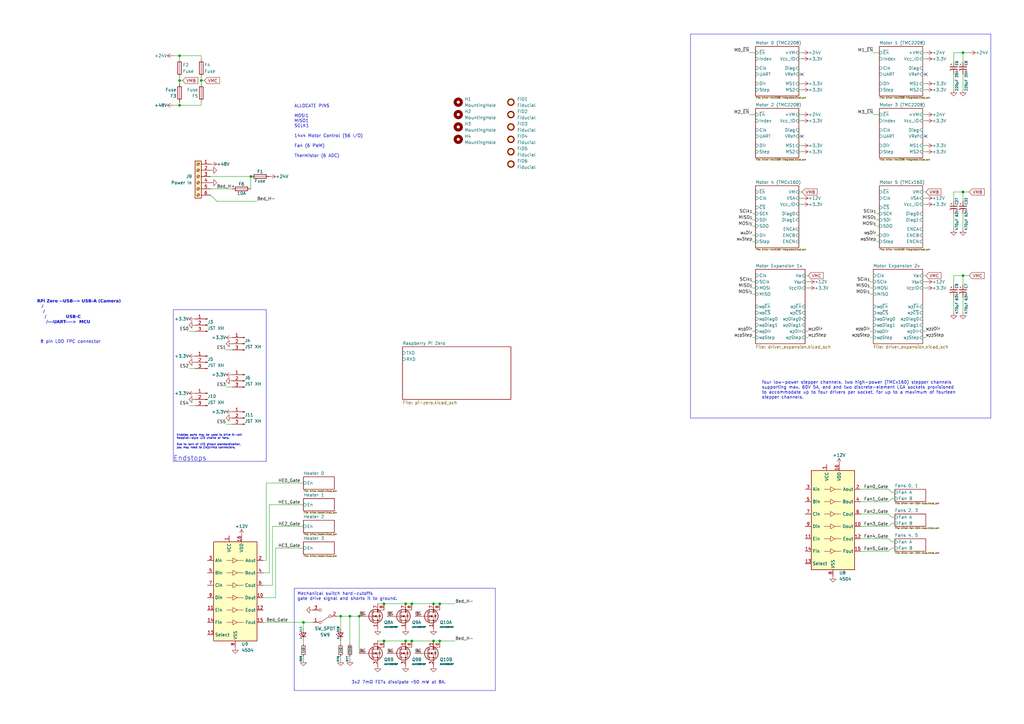
<source format=kicad_sch>
(kicad_sch (version 20230121) (generator eeschema)
  (paper "A3")
  (junction (at 147.32 252.73))
  (junction (at 177.8 247.65))
  (junction (at 166.37 262.89))
  (junction (at -29.21 -17.78))
  (junction (at -158.75 -16.51))
  (junction (at -189.23 -21.59))
  (junction (at 139.7 252.73))
  (junction (at -171.45 -38.1))
  (junction (at -29.21 -2.54))
  (junction (at 82.55 33.02))
  (junction (at 143.51 252.73))
  (junction (at -167.64 -16.51))
  (junction (at 394.97 113.03))
  (junction (at 177.8 262.89))
  (junction (at 180.34 247.65))
  (junction (at -161.29 -38.1))
  (junction (at 102.87 72.39))
  (junction (at -199.39 -21.59))
  (junction (at 168.91 247.65))
  (junction (at 157.48 247.65))
  (junction (at -194.31 -21.59))
  (junction (at 168.91 262.89))
  (junction (at 124.46 255.27))
  (junction (at -167.64 -3.81))
  (junction (at -167.64 -38.1))
  (junction (at 73.66 22.86))
  (junction (at 394.97 21.59))
  (junction (at 73.66 33.02))
  (junction (at -29.21 2.54))
  (junction (at 394.97 78.74))
  (junction (at 73.66 43.18))
  (junction (at -158.75 -3.81))
  (junction (at 180.34 262.89))
  (junction (at -29.21 -20.32))
  (junction (at 166.37 247.65))
  (junction (at 157.48 262.89))
  (no_connect (at 379.73 55.88))
  (no_connect (at -29.21 12.7))
  (no_connect (at -29.21 10.16))
  (no_connect (at 379.73 30.48))
  (no_connect (at 328.93 55.88))
  (no_connect (at 328.93 30.48))
  (wire (pts (xy 139.7 252.73) (xy 143.51 252.73)))
  (wire (pts (xy -29.21 -20.32) (xy -29.21 -17.78)))
  (wire (pts (xy -167.64 -3.81) (xy -158.75 -3.81)))
  (wire (pts (xy -167.64 -29.21) (xy -167.64 -26.67)))
  (wire (pts (xy -168.91 -3.81) (xy -167.64 -3.81)))
  (wire (pts (xy 307.34 21.59) (xy 309.88 21.59)))
  (wire (pts (xy 331.47 113.03) (xy 330.2 113.03)))
  (wire (pts (xy -29.21 -2.54) (xy -52.07 -2.54)))
  (wire (pts (xy 328.93 46.99) (xy 327.66 46.99)))
  (wire (pts (xy 391.16 36.83) (xy 391.16 30.48)))
  (wire (pts (xy -30.48 -22.86) (xy -29.21 -22.86)))
  (polyline (pts (xy 120.65 241.3) (xy 120.65 283.21)))
  (wire (pts (xy -148.59 -8.89) (xy -154.94 -8.89)))
  (wire (pts (xy 168.91 262.89) (xy 177.8 262.89)))
  (wire (pts (xy 364.49 205.74) (xy 365.76 204.47)))
  (wire (pts (xy 356.87 118.11) (xy 358.14 118.11)))
  (wire (pts (xy 73.66 41.91) (xy 73.66 43.18)))
  (wire (pts (xy 394.97 113.03) (xy 394.97 116.84)))
  (wire (pts (xy 139.7 252.73) (xy 139.7 257.81)))
  (wire (pts (xy -66.04 -2.54) (xy -66.04 -1.27)))
  (wire (pts (xy -189.23 -20.32) (xy -189.23 -21.59)))
  (wire (pts (xy 331.47 135.89) (xy 330.2 135.89)))
  (wire (pts (xy 379.73 138.43) (xy 378.46 138.43)))
  (wire (pts (xy 107.95 255.27) (xy 124.46 255.27)))
  (wire (pts (xy 328.93 21.59) (xy 327.66 21.59)))
  (wire (pts (xy -29.21 -17.78) (xy -49.53 -17.78)))
  (wire (pts (xy 391.16 21.59) (xy 394.97 21.59)))
  (wire (pts (xy 139.7 264.16) (xy 139.7 262.89)))
  (wire (pts (xy 365.76 201.93) (xy 367.03 201.93)))
  (wire (pts (xy -167.64 -16.51) (xy -167.64 -13.97)))
  (wire (pts (xy 88.9 82.55) (xy 105.41 82.55)))
  (wire (pts (xy -175.26 -3.81) (xy -173.99 -3.81)))
  (wire (pts (xy -171.45 -46.99) (xy -171.45 -44.45)))
  (wire (pts (xy 379.73 118.11) (xy 378.46 118.11)))
  (wire (pts (xy -189.23 -13.97) (xy -189.23 -15.24)))
  (wire (pts (xy -66.04 2.54) (xy -66.04 1.27)))
  (wire (pts (xy 113.03 224.79) (xy 113.03 245.11)))
  (wire (pts (xy 124.46 255.27) (xy 128.27 255.27)))
  (wire (pts (xy 107.95 240.03) (xy 111.76 240.03)))
  (polyline (pts (xy 109.22 127) (xy 109.22 189.23)))
  (wire (pts (xy -158.75 -16.51) (xy -154.94 -16.51)))
  (wire (pts (xy 109.22 198.12) (xy 124.46 198.12)))
  (wire (pts (xy 378.46 59.69) (xy 379.73 59.69)))
  (wire (pts (xy 109.22 229.87) (xy 109.22 198.12)))
  (wire (pts (xy 391.16 93.98) (xy 391.16 87.63)))
  (wire (pts (xy 327.66 36.83) (xy 328.93 36.83)))
  (wire (pts (xy -168.91 -16.51) (xy -167.64 -16.51)))
  (wire (pts (xy 394.97 93.98) (xy 394.97 87.63)))
  (wire (pts (xy 327.66 62.23) (xy 328.93 62.23)))
  (wire (pts (xy 353.06 210.82) (xy 364.49 210.82)))
  (wire (pts (xy 308.61 120.65) (xy 309.88 120.65)))
  (wire (pts (xy 358.14 46.99) (xy 360.68 46.99)))
  (wire (pts (xy -154.94 -8.89) (xy -154.94 -3.81)))
  (wire (pts (xy 378.46 83.82) (xy 379.73 83.82)))
  (wire (pts (xy 180.34 247.65) (xy 186.69 247.65)))
  (wire (pts (xy 365.76 214.63) (xy 367.03 214.63)))
  (wire (pts (xy 394.97 21.59) (xy 397.51 21.59)))
  (polyline (pts (xy 71.12 127) (xy 109.22 127)))
  (wire (pts (xy -161.29 -38.1) (xy -161.29 -29.21)))
  (wire (pts (xy 143.51 252.73) (xy 147.32 252.73)))
  (wire (pts (xy 82.55 41.91) (xy 82.55 43.18)))
  (wire (pts (xy 177.8 247.65) (xy 180.34 247.65)))
  (wire (pts (xy 365.76 204.47) (xy 367.03 204.47)))
  (wire (pts (xy 77.47 166.37) (xy 80.01 166.37)))
  (wire (pts (xy -29.21 -22.86) (xy -29.21 -20.32)))
  (wire (pts (xy -87.63 -1.27) (xy -66.04 -1.27)))
  (wire (pts (xy 154.94 262.89) (xy 157.48 262.89)))
  (wire (pts (xy 154.94 247.65) (xy 157.48 247.65)))
  (wire (pts (xy -33.02 -20.32) (xy -29.21 -20.32)))
  (wire (pts (xy -29.21 -5.08) (xy -29.21 -2.54)))
  (wire (pts (xy 391.16 21.59) (xy 391.16 25.4)))
  (wire (pts (xy -199.39 -8.89) (xy -199.39 -13.97)))
  (wire (pts (xy -154.94 -11.43) (xy -148.59 -11.43)))
  (wire (pts (xy 359.41 92.71) (xy 360.68 92.71)))
  (wire (pts (xy 364.49 226.06) (xy 365.76 224.79)))
  (polyline (pts (xy 283.21 171.45) (xy 283.21 13.97)))
  (wire (pts (xy 379.73 115.57) (xy 378.46 115.57)))
  (wire (pts (xy 394.97 113.03) (xy 397.51 113.03)))
  (wire (pts (xy 353.06 215.9) (xy 364.49 215.9)))
  (wire (pts (xy 157.48 262.89) (xy 166.37 262.89)))
  (wire (pts (xy 73.66 33.02) (xy 74.93 33.02)))
  (wire (pts (xy 307.34 46.99) (xy 309.88 46.99)))
  (wire (pts (xy 308.61 135.89) (xy 309.88 135.89)))
  (wire (pts (xy 308.61 115.57) (xy 309.88 115.57)))
  (wire (pts (xy -194.31 -13.97) (xy -194.31 -8.89)))
  (wire (pts (xy 138.43 252.73) (xy 139.7 252.73)))
  (wire (pts (xy 111.76 215.9) (xy 124.46 215.9)))
  (wire (pts (xy 102.87 72.39) (xy 102.87 77.47)))
  (wire (pts (xy 77.47 151.13) (xy 80.01 151.13)))
  (polyline (pts (xy 120.65 241.3) (xy 203.2 241.3)))
  (wire (pts (xy 327.66 24.13) (xy 328.93 24.13)))
  (wire (pts (xy 327.66 30.48) (xy 328.93 30.48)))
  (wire (pts (xy 92.71 143.51) (xy 95.25 143.51)))
  (wire (pts (xy 92.71 173.99) (xy 95.25 173.99)))
  (wire (pts (xy 353.06 200.66) (xy 364.49 200.66)))
  (wire (pts (xy 110.49 234.95) (xy 110.49 207.01)))
  (wire (pts (xy 331.47 115.57) (xy 330.2 115.57)))
  (wire (pts (xy 113.03 245.11) (xy 107.95 245.11)))
  (wire (pts (xy 327.66 59.69) (xy 328.93 59.69)))
  (wire (pts (xy 394.97 36.83) (xy 394.97 30.48)))
  (wire (pts (xy -87.63 1.27) (xy -66.04 1.27)))
  (wire (pts (xy -158.75 -3.81) (xy -154.94 -3.81)))
  (wire (pts (xy 107.95 229.87) (xy 109.22 229.87)))
  (wire (pts (xy 111.76 215.9) (xy 111.76 240.03)))
  (wire (pts (xy -167.64 -38.1) (xy -161.29 -38.1)))
  (wire (pts (xy 107.95 234.95) (xy 110.49 234.95)))
  (polyline (pts (xy 120.65 283.21) (xy 203.2 283.21)))
  (wire (pts (xy 356.87 135.89) (xy 358.14 135.89)))
  (wire (pts (xy -29.21 -10.16) (xy -33.02 -10.16)))
  (wire (pts (xy 168.91 247.65) (xy 166.37 247.65)))
  (wire (pts (xy 86.36 77.47) (xy 95.25 77.47)))
  (wire (pts (xy 359.41 99.06) (xy 360.68 99.06)))
  (wire (pts (xy 378.46 34.29) (xy 379.73 34.29)))
  (wire (pts (xy 168.91 262.89) (xy 166.37 262.89)))
  (wire (pts (xy 359.41 96.52) (xy 360.68 96.52)))
  (wire (pts (xy -29.21 -12.7) (xy -33.02 -12.7)))
  (wire (pts (xy 82.55 22.86) (xy 82.55 24.13)))
  (wire (pts (xy 86.36 80.01) (xy 88.9 82.55)))
  (polyline (pts (xy 406.4 13.97) (xy 406.4 171.45)))
  (wire (pts (xy 378.46 81.28) (xy 379.73 81.28)))
  (wire (pts (xy -194.31 -21.59) (xy -189.23 -21.59)))
  (wire (pts (xy 391.16 113.03) (xy 394.97 113.03)))
  (wire (pts (xy -158.75 -7.62) (xy -158.75 -3.81)))
  (wire (pts (xy 331.47 118.11) (xy 330.2 118.11)))
  (wire (pts (xy 359.41 90.17) (xy 360.68 90.17)))
  (wire (pts (xy -158.75 -16.51) (xy -158.75 -12.7)))
  (wire (pts (xy 308.61 87.63) (xy 309.88 87.63)))
  (wire (pts (xy 391.16 113.03) (xy 391.16 116.84)))
  (wire (pts (xy -199.39 -21.59) (xy -194.31 -21.59)))
  (wire (pts (xy 327.66 78.74) (xy 328.93 78.74)))
  (wire (pts (xy 394.97 78.74) (xy 397.51 78.74)))
  (polyline (pts (xy 203.2 283.21) (xy 203.2 241.3)))
  (wire (pts (xy 327.66 81.28) (xy 328.93 81.28)))
  (wire (pts (xy 124.46 270.51) (xy 124.46 269.24)))
  (wire (pts (xy 356.87 115.57) (xy 358.14 115.57)))
  (wire (pts (xy -29.21 0) (xy -29.21 2.54)))
  (wire (pts (xy -199.39 -24.13) (xy -199.39 -21.59)))
  (wire (pts (xy 73.66 31.75) (xy 73.66 33.02)))
  (wire (pts (xy 365.76 224.79) (xy 367.03 224.79)))
  (wire (pts (xy 308.61 99.06) (xy 309.88 99.06)))
  (wire (pts (xy 378.46 78.74) (xy 379.73 78.74)))
  (polyline (pts (xy 283.21 13.97) (xy 406.4 13.97)))
  (wire (pts (xy 378.46 30.48) (xy 379.73 30.48)))
  (wire (pts (xy 308.61 118.11) (xy 309.88 118.11)))
  (wire (pts (xy -199.39 -21.59) (xy -199.39 -19.05)))
  (wire (pts (xy 379.73 46.99) (xy 378.46 46.99)))
  (wire (pts (xy -38.1 -20.32) (xy -40.64 -20.32)))
  (wire (pts (xy 168.91 247.65) (xy 177.8 247.65)))
  (wire (pts (xy 308.61 90.17) (xy 309.88 90.17)))
  (wire (pts (xy 365.76 222.25) (xy 367.03 222.25)))
  (polyline (pts (xy 406.4 171.45) (xy 283.21 171.45)))
  (wire (pts (xy 379.73 21.59) (xy 378.46 21.59)))
  (wire (pts (xy -189.23 -21.59) (xy -148.59 -21.59)))
  (wire (pts (xy -29.21 2.54) (xy -52.07 2.54)))
  (wire (pts (xy 394.97 78.74) (xy 394.97 82.55)))
  (wire (pts (xy 143.51 252.73) (xy 143.51 264.16)))
  (wire (pts (xy 359.41 87.63) (xy 360.68 87.63)))
  (wire (pts (xy 327.66 55.88) (xy 328.93 55.88)))
  (wire (pts (xy 356.87 138.43) (xy 358.14 138.43)))
  (wire (pts (xy -57.15 2.54) (xy -66.04 2.54)))
  (wire (pts (xy 364.49 220.98) (xy 365.76 222.25)))
  (wire (pts (xy 124.46 255.27) (xy 124.46 257.81)))
  (wire (pts (xy -154.94 -16.51) (xy -154.94 -11.43)))
  (wire (pts (xy 73.66 33.02) (xy 73.66 34.29)))
  (wire (pts (xy 379.73 135.89) (xy 378.46 135.89)))
  (wire (pts (xy 356.87 120.65) (xy 358.14 120.65)))
  (wire (pts (xy 364.49 210.82) (xy 365.76 212.09)))
  (wire (pts (xy 147.32 252.73) (xy 147.32 267.97)))
  (wire (pts (xy 378.46 55.88) (xy 379.73 55.88)))
  (wire (pts (xy 391.16 128.27) (xy 391.16 121.92)))
  (wire (pts (xy -57.15 -2.54) (xy -66.04 -2.54)))
  (wire (pts (xy 391.16 78.74) (xy 394.97 78.74)))
  (wire (pts (xy 327.66 34.29) (xy 328.93 34.29)))
  (wire (pts (xy 92.71 158.75) (xy 95.25 158.75)))
  (wire (pts (xy 308.61 138.43) (xy 309.88 138.43)))
  (wire (pts (xy -171.45 -38.1) (xy -167.64 -38.1)))
  (wire (pts (xy 71.12 43.18) (xy 73.66 43.18)))
  (wire (pts (xy -167.64 -38.1) (xy -167.64 -34.29)))
  (wire (pts (xy 71.12 22.86) (xy 73.66 22.86)))
  (wire (pts (xy 73.66 22.86) (xy 73.66 24.13)))
  (wire (pts (xy 331.47 138.43) (xy 330.2 138.43)))
  (wire (pts (xy 82.55 31.75) (xy 82.55 33.02)))
  (wire (pts (xy -167.64 -6.35) (xy -167.64 -3.81)))
  (wire (pts (xy 327.66 49.53) (xy 328.93 49.53)))
  (wire (pts (xy -194.31 -21.59) (xy -194.31 -19.05)))
  (wire (pts (xy 379.73 113.03) (xy 378.46 113.03)))
  (wire (pts (xy 378.46 62.23) (xy 379.73 62.23)))
  (wire (pts (xy 77.47 135.89) (xy 80.01 135.89)))
  (wire (pts (xy 177.8 262.89) (xy 180.34 262.89)))
  (wire (pts (xy 353.06 226.06) (xy 364.49 226.06)))
  (wire (pts (xy 124.46 224.79) (xy 113.03 224.79)))
  (wire (pts (xy 394.97 21.59) (xy 394.97 25.4)))
  (wire (pts (xy -171.45 -39.37) (xy -171.45 -38.1)))
  (wire (pts (xy -161.29 -29.21) (xy -148.59 -29.21)))
  (wire (pts (xy -35.56 -22.86) (xy -38.1 -22.86)))
  (wire (pts (xy 82.55 33.02) (xy 83.82 33.02)))
  (wire (pts (xy 353.06 220.98) (xy 364.49 220.98)))
  (polyline (pts (xy 109.22 189.23) (xy 71.12 189.23)))
  (wire (pts (xy 73.66 22.86) (xy 82.55 22.86)))
  (wire (pts (xy 378.46 24.13) (xy 379.73 24.13)))
  (polyline (pts (xy 71.12 127) (xy 71.12 189.23)))
  (wire (pts (xy 180.34 262.89) (xy 186.69 262.89)))
  (wire (pts (xy 308.61 96.52) (xy 309.88 96.52)))
  (wire (pts (xy 327.66 83.82) (xy 328.93 83.82)))
  (wire (pts (xy 124.46 264.16) (xy 124.46 262.89)))
  (wire (pts (xy 308.61 92.71) (xy 309.88 92.71)))
  (wire (pts (xy 378.46 36.83) (xy 379.73 36.83)))
  (wire (pts (xy 394.97 128.27) (xy 394.97 121.92)))
  (wire (pts (xy 364.49 215.9) (xy 365.76 214.63)))
  (wire (pts (xy -171.45 -36.83) (xy -171.45 -38.1)))
  (wire (pts (xy 139.7 270.51) (xy 139.7 269.24)))
  (wire (pts (xy 358.14 21.59) (xy 360.68 21.59)))
  (wire (pts (xy 110.49 207.01) (xy 124.46 207.01)))
  (wire (pts (xy 82.55 33.02) (xy 82.55 34.29)))
  (wire (pts (xy 157.48 247.65) (xy 166.37 247.65)))
  (wire (pts (xy 353.06 205.74) (xy 364.49 205.74)))
  (wire (pts (xy 365.76 212.09) (xy 367.03 212.09)))
  (wire (pts (xy 143.51 270.51) (xy 143.51 269.24)))
  (wire (pts (xy 391.16 78.74) (xy 391.16 82.55)))
  (wire (pts (xy 86.36 72.39) (xy 102.87 72.39)))
  (wire (pts (xy -175.26 -16.51) (xy -173.99 -16.51)))
  (wire (pts (xy 364.49 200.66) (xy 365.76 201.93)))
  (wire (pts (xy -167.64 -16.51) (xy -158.75 -16.51)))
  (wire (pts (xy 378.46 49.53) (xy 379.73 49.53)))
  (wire (pts (xy 73.66 43.18) (xy 82.55 43.18)))
  (wire (pts (xy -157.48 -38.1) (xy -161.29 -38.1)))
  (text "Endstops" (at 71.12 189.23 0) (effects (font (size 2 2)) (justify left bottom)))
  (text "Endstop ports may be used to drive 5-volt\nNeopixel-style LED chains or fans.\n\nDue to lack of LED pinout standardization,\nyou may need to (re)crimp connectors." (at 72.39 184.15 0) (effects (font (size 0.8 0.8)) (justify left bottom)))
  (text "3x2 7mΩ FETs dissipate ~50 mW at 8A." (at 182.88 280.67 0) (effects (font (size 1.27 1.27)) (justify right bottom)))
  (text "Most pins on STM32 tolerate 5V logic (VDD+4.0 max, <5.2 recommended)\nhttps://www.st.com/resource/en/datasheet/stm32f446mc.pdf" (at -233.68 26.67 0) (effects (font (size 1.27 1.27)) (justify left bottom)))
  (text "four low-power stepper channels, two high-power (TMCx160) stepper channels\nsupporting max. 60V 5A, and and two discrete-element LGA sockets provisioned\nto accommodate up to four drivers per socket, for up to a maximum of fourteen\nstepper channels." (at 312.42 163.83 0) (effects (font (size 1.27 1.27)) (justify left bottom)))
  (text "ALLOCATE PINS\n\nMOSI1\nMISO1\nSCLK1\n\n14x4 Motor Control (56 I/O)\n\nFan (6 PWM)\n\nThermistor (6 ADC)\n" (at 120.65 64.77 0) (effects (font (size 1.27 1.27)) (justify left bottom)))
  (text "RPi Zero --USB--> USB-A (Camera)\n   /\n    /\n     /             USB-C\n      /---UART---->  MCU\n" (at 15.24 133.35 0) (effects (font (size 1.27 1.27) (thickness 0.254) bold) (justify left bottom)))
  (text "Mechanical switch hard-cutoffs \ngate drive signal and shorts it to ground." (at 121.92 246.38 0) (effects (font (size 1.27 1.27)) (justify left bottom)))
  (text "8 pin LDO FPC connector" (at 16.51 140.97 0) (effects (font (size 1.27 1.27)) (justify left bottom)))
  (text "ADD ESD DIODES" (at -31.75 1.27 0) (effects (font (size 1.27 1.27)) (justify right bottom)))
  (label "M2_~{EN}" (at 307.34 46.99 180))
  (label "_{M20}Dir" (at 356.87 135.89 180))
  (label "HE2_Gate" (at 123.19 215.9 180))
  (label "Bed_H+" (at 88.9 77.47 0))
  (label "MISO_{1}" (at 356.87 118.11 180))
  (label "BG" (at 170.18 252.73 0))
  (label "SClk_{1}" (at 359.41 87.63 180))
  (label "_{M5}Step" (at 359.41 99.06 180))
  (label "VBUS" (at -49.53 -17.78 0))
  (label "Fan3_Gate" (at 354.33 215.9 0))
  (label "MOSI_{1}" (at 359.41 92.71 180))
  (label "MOSI_{1}" (at 308.61 92.71 180))
  (label "Bed_H-" (at 186.69 262.89 0))
  (label "USB_D-" (at -66.04 -2.54 0))
  (label "Fan2_Gate" (at 354.33 210.82 0))
  (label "USB_D+" (at -66.04 2.54 0))
  (label "M3_~{EN}" (at 358.14 46.99 180))
  (label "BG" (at 158.75 252.73 0))
  (label "Fan5_Gate" (at 354.33 226.06 0))
  (label "_{M22}Step" (at 379.73 138.43 0))
  (label "_{M5}Dir" (at 359.41 96.52 180))
  (label "_{M4}Step" (at 308.61 99.06 180))
  (label "BG" (at 170.18 267.97 0))
  (label "~{Reset}" (at -157.48 -38.1 0))
  (label "MISO_{1}" (at 308.61 118.11 180))
  (label "M0_~{EN}" (at 307.34 21.59 180))
  (label "Bed_H-" (at 105.41 82.55 0))
  (label "HE3_Gate" (at 123.19 224.79 180))
  (label "_{M12}Dir" (at 331.47 135.89 0))
  (label "ES3" (at 92.71 158.75 180))
  (label "_{M10}Step" (at 308.61 138.43 180))
  (label "_{M22}Dir" (at 379.73 135.89 0))
  (label "ES1" (at 92.71 143.51 180))
  (label "MOSI_{1}" (at 356.87 120.65 180))
  (label "Fan0_Gate" (at 354.33 200.66 0))
  (label "ES4" (at 77.47 166.37 180))
  (label "ES2" (at 77.47 151.13 180))
  (label "ES0" (at 77.47 135.89 180))
  (label "_{M4}Dir" (at 308.61 96.52 180))
  (label "ES5" (at 92.71 173.99 180))
  (label "BG" (at 158.75 267.97 0))
  (label "BOOT0" (at -199.39 -21.59 0))
  (label "SClk_{1}" (at 356.87 115.57 180))
  (label "_{M10}Dir" (at 308.61 135.89 180))
  (label "M1_~{EN}" (at 358.14 21.59 180))
  (label "Fan1_Gate" (at 354.33 205.74 0))
  (label "_{M12}Step" (at 331.47 138.43 0))
  (label "Bed_Gate" (at 109.22 255.27 0))
  (label "_{M20}Step" (at 356.87 138.43 180))
  (label "Fan4_Gate" (at 354.33 220.98 0))
  (label "Bed_H-" (at 186.69 247.65 0))
  (label "BG" (at 147.32 267.97 0))
  (label "MOSI_{1}" (at 308.61 120.65 180))
  (label "SClk_{1}" (at 308.61 87.63 180))
  (label "MISO_{1}" (at 308.61 90.17 180))
  (label "HE1_Gate" (at 123.19 207.01 180))
  (label "BG" (at 147.32 252.73 0))
  (label "SClk_{1}" (at 308.61 115.57 180))
  (label "MISO_{1}" (at 359.41 90.17 180))
  (label "HE0_Gate" (at 123.19 198.12 180))
  (global_label "VMC" (shape input) (at 397.51 113.03 0) (property "Intersheetrefs" "${INTERSHEET_REFS}" (effects hide)))
  (global_label "VMC" (shape input) (at 83.82 33.02 0) (property "Intersheetrefs" "${INTERSHEET_REFS}" (effects hide)))
  (global_label "VMB" (shape input) (at 379.73 78.74 0) (property "Intersheetrefs" "${INTERSHEET_REFS}" (effects hide)))
  (global_label "VMB" (shape input) (at 397.51 78.74 0) (property "Intersheetrefs" "${INTERSHEET_REFS}" (effects hide)))
  (global_label "VMB" (shape input) (at 74.93 33.02 0) (property "Intersheetrefs" "${INTERSHEET_REFS}" (effects hide)))
  (global_label "VMB" (shape input) (at 328.93 78.74 0) (property "Intersheetrefs" "${INTERSHEET_REFS}" (effects hide)))
  (global_label "VMC" (shape input) (at 379.73 113.03 0) (property "Intersheetrefs" "${INTERSHEET_REFS}" (effects hide)))
  (global_label "VMC" (shape input) (at 331.47 113.03 0) (property "Intersheetrefs" "${INTERSHEET_REFS}" (effects hide)))
  (symbol (lib_id "Connector:Conn_01x03_Pin") (at 100.33 156.21 0) (mirror y) (unit 1)
    (property "Reference" "J6" (at 100.33 154.94 0) (effects (justify right)))
    (property "Value" "JST XH" (at 100.33 157.48 0) (effects (justify right)))
    (property "Footprint" "Connector_JST:JST_XH_B3B-XH-A_1x03_P2.50mm_Vertical" (effects hide))
  )
  (symbol (lib_id "power:GND") (at -171.45 -26.67 0) (mirror y) (unit 1)
    (property "Reference" "#PWR08" (effects hide))
    (property "Value" "GND" (effects hide))
  )
  (symbol (lib_id "Device:R_Small") (at 139.7 266.7 0) (mirror y) (unit 1)
    (property "Reference" "R76" (at 138.7 268.97 90) (effects (font (size 0.8 0.8)) (justify right)))
    (property "Value" "1kΩ" (at 139.7 266.7 90) (effects (font (size 0.8 0.8))))
    (property "Footprint" "AlphaLib:0603R" (effects hide))
  )
  (symbol (lib_id "power:+12V") (at 379.73 115.57 270) (unit 1)
    (property "Reference" "#PWR0185" (effects hide))
    (property "Value" "+12V" (at 382.27 115.57 90) (effects (justify left)))
  )
  (symbol (lib_id "power:+3.3V") (at 328.93 24.13 270) (unit 1)
    (property "Reference" "#PWR027" (effects hide))
    (property "Value" "+3.3V" (at 331.47 24.13 90) (effects (justify left)))
  )
  (symbol (lib_id "power:+3.3V") (at 95.25 168.91 90) (mirror x) (unit 1)
    (property "Reference" "#PWR0106" (effects hide))
    (property "Value" "+3.3V" (at 92.71 168.91 90) (effects (justify left)))
  )
  (symbol (lib_id "Device:C_Small") (at -167.64 -31.75 180) (unit 1)
    (property "Reference" "C4" (at -166.64 -30.75 90) (effects (font (size 0.8 0.8)) (justify left)))
    (property "Value" "100nF" (at -166.64 -32.75 90) (effects (font (size 0.8 0.8)) (justify right)))
  )
  (symbol (lib_id "Device:C_Polarized_Small_US") (at 391.16 119.38 0) (unit 1)
    (property "Reference" "C9" (at 392.43 118.38 90) (effects (font (size 1 1)) (justify left)))
    (property "Value" "470μF 63V" (at 392.43 120.38 90) (effects (font (size 1 1)) (justify right)))
    (property "Footprint" "Capacitor_THT:CP_Radial_D12.5mm_P5.00mm" (effects hide))
    (property "Field4" "C310848" (effects hide))
  )
  (symbol (lib_id "power:+3.3V") (at 379.73 24.13 270) (unit 1)
    (property "Reference" "#PWR035" (effects hide))
    (property "Value" "+3.3V" (at 382.27 24.13 90) (effects (justify left)))
  )
  (symbol (lib_id "power:GND") (at -38.1 -10.16 270) (mirror x) (unit 1)
    (property "Reference" "#PWR014" (effects hide))
    (property "Value" "GND" (effects hide))
  )
  (symbol (lib_id "Mechanical:MountingHole") (at 187.96 46.99 0) (unit 1)
    (property "Reference" "H2" (at 190.5 45.72 0) (effects (justify left)))
    (property "Value" "MountingHole" (at 190.5 48.26 0) (effects (justify left)))
    (property "Footprint" "MountingHole:MountingHole_3.2mm_M3_Pad_Via" (effects hide))
  )
  (symbol (lib_id "power:GND") (at 391.16 36.83 0) (unit 1)
    (property "Reference" "#PWR043" (effects hide))
    (property "Value" "GND" (effects hide))
  )
  (symbol (lib_id "Device:R_Small") (at -171.45 -41.91 180) (unit 1)
    (property "Reference" "R2" (at -172.45 -44.18 90) (effects (font (size 0.8 0.8)) (justify right)))
    (property "Value" "50kΩ" (at -171.45 -41.91 90) (effects (font (size 0.8 0.8))))
  )
  (symbol (lib_id "Switch:SW_SPDT") (at 133.35 252.73 180) (unit 1)
    (property "Reference" "SW9" (at 133.35 260.35 0))
    (property "Value" "SW_SPDT" (at 133.35 257.81 0))
    (property "Footprint" "corevus:MSS12C02-LS" (effects hide))
  )
  (symbol (lib_id "power:+3.3V") (at -196.85 -34.29 0) (mirror y) (unit 1)
    (property "Reference" "#PWR01" (effects hide))
    (property "Value" "+3.3V" (at -196.85 -38.1 0))
  )
  (symbol (lib_id "power:+12V") (at 344.17 190.5 0) (unit 1)
    (property "Reference" "#PWR0120" (effects hide))
    (property "Value" "+12V" (at 344.17 186.69 0))
  )
  (symbol (lib_id "power:GND") (at 154.94 273.05 0) (unit 1)
    (property "Reference" "#PWR0114" (effects hide))
    (property "Value" "GND" (effects hide))
  )
  (symbol (lib_id "Device:C_Polarized_Small_US") (at 394.97 119.38 0) (unit 1)
    (property "Reference" "C7" (at 396.24 118.38 90) (effects (font (size 1 1)) (justify left)))
    (property "Value" "470μF 63V" (at 396.24 120.38 90) (effects (font (size 1 1)) (justify right)))
    (property "Footprint" "Capacitor_THT:CP_Radial_D12.5mm_P5.00mm" (effects hide))
    (property "Field4" "C310848" (effects hide))
  )
  (symbol (lib_id "power:GND") (at 80.01 163.83 270) (unit 1)
    (property "Reference" "#PWR0113" (effects hide))
    (property "Value" "GND" (effects hide))
  )
  (symbol (lib_id "Device:C_Small") (at -171.45 -3.81 90) (unit 1)
    (property "Reference" "C3" (at -172.45 -2.81 90) (effects (font (size 0.8 0.8)) (justify left)))
    (property "Value" "xyzpF" (at -170.45 -2.81 90) (effects (font (size 0.8 0.8)) (justify right)))
  )
  (symbol (lib_id "Connector:Screw_Terminal_01x06") (at 81.28 72.39 0) (mirror y) (unit 1)
    (property "Reference" "J9" (at 78.74 72.39 0) (effects (justify left)))
    (property "Value" "Power In" (at 78.74 74.93 0) (effects (justify left)))
    (property "Footprint" "corevus:DBT50G-9.5-6P" (effects hide))
  )
  (symbol (lib_id "Device:R_Small") (at -40.64 -22.86 90) (unit 1)
    (property "Reference" "R6" (at -38.37 -23.86 90) (effects (font (size 0.8 0.8)) (justify right)))
    (property "Value" "1kΩ" (at -40.64 -22.86 90) (effects (font (size 0.8 0.8))))
  )
  (symbol (lib_id "Connector:USB_C_Receptacle_USB2.0") (at -13.97 -2.54 0) (mirror y) (unit 1)
    (property "Reference" "J1" (at -13.97 -25.4 0))
    (property "Value" "USB 2.0" (at -13.97 -22.86 0))
    (property "Footprint" "Connector_USB:USB_C_Receptacle_XKB_U262-16XN-4BVC11" (effects hide))
    (property "Datasheet" "https://www.usb.org/sites/default/files/documents/usb_type-c.zip" (effects hide))
  )
  (symbol (lib_id "Device:Fuse") (at 82.55 27.94 0) (unit 1)
    (property "Reference" "F4" (at 83.82 26.67 0) (effects (justify left)))
    (property "Value" "Fuse" (at 83.82 29.21 0) (effects (justify left)))
    (property "Footprint" "corevus:XF-508P-B" (effects hide))
  )
  (symbol (lib_id "power:GND") (at 86.36 69.85 90) (mirror x) (unit 1)
    (property "Reference" "#PWR074" (effects hide))
    (property "Value" "GND" (effects hide))
  )
  (symbol (lib_id "power:GND") (at -6.35 20.32 0) (mirror y) (unit 1)
    (property "Reference" "#PWR016" (effects hide))
    (property "Value" "GND" (effects hide))
  )
  (symbol (lib_id "power:+3.3V") (at 328.93 59.69 270) (unit 1)
    (property "Reference" "#PWR031" (effects hide))
    (property "Value" "+3.3V" (at 331.47 59.69 90) (effects (justify left)))
  )
  (symbol (lib_id "power:+12V") (at 331.47 115.57 270) (unit 1)
    (property "Reference" "#PWR0178" (effects hide))
    (property "Value" "+12V" (at 334.01 115.57 90) (effects (justify left)))
  )
  (symbol (lib_id "Connector:Conn_01x03_Pin") (at 85.09 163.83 0) (mirror y) (unit 1)
    (property "Reference" "J10" (at 85.09 162.56 0) (effects (justify right)))
    (property "Value" "JST XH" (at 85.09 165.1 0) (effects (justify right)))
    (property "Footprint" "Connector_JST:JST_XH_B3B-XH-A_1x03_P2.50mm_Vertical" (effects hide))
  )
  (symbol (lib_id "power:+3.3V") (at 328.93 49.53 270) (unit 1)
    (property "Reference" "#PWR030" (effects hide))
    (property "Value" "+3.3V" (at 331.47 49.53 90) (effects (justify left)))
  )
  (symbol (lib_id "power:+3.3V") (at 80.01 130.81 90) (mirror x) (unit 1)
    (property "Reference" "#PWR020" (effects hide))
    (property "Value" "+3.3V" (at 77.47 130.81 90) (effects (justify left)))
  )
  (symbol (lib_id "power:+3.3V") (at 80.01 161.29 90) (mirror x) (unit 1)
    (property "Reference" "#PWR0105" (effects hide))
    (property "Value" "+3.3V" (at 77.47 161.29 90) (effects (justify left)))
  )
  (symbol (lib_id "Mechanical:MountingHole") (at 187.96 52.07 0) (unit 1)
    (property "Reference" "H3" (at 190.5 50.8 0) (effects (justify left)))
    (property "Value" "MountingHole" (at 190.5 53.34 0) (effects (justify left)))
    (property "Footprint" "MountingHole:MountingHole_3.2mm_M3_Pad_Via" (effects hide))
  )
  (symbol (lib_id "Device:Q_Dual_NMOS_S1G1S2G2D2D2D1D1") (at 175.26 267.97 0) (unit 2)
    (property "Reference" "Q10" (at 180.34 270.51 0) (effects (justify left)))
    (property "Value" "AGM308MBP" (at 180.34 272.415 0) (effects (font (size 0.635 0.635)) (justify left)))
    (property "Footprint" "corevus:AGM308MBP" (effects hide))
  )
  (symbol (lib_id "power:GND") (at 128.27 250.19 270) (unit 1)
    (property "Reference" "#PWR0180" (effects hide))
    (property "Value" "GND" (effects hide))
  )
  (symbol (lib_id "Device:Fuse") (at 73.66 38.1 180) (unit 1)
    (property "Reference" "F3" (at 72.39 39.37 0) (effects (justify left)))
    (property "Value" "Fuse" (at 72.39 36.83 0) (effects (justify left)))
    (property "Footprint" "corevus:XF-508P-B" (effects hide))
  )
  (symbol (lib_id "power:GND") (at -162.56 -10.16 90) (mirror x) (unit 1)
    (property "Reference" "#PWR010" (effects hide))
    (property "Value" "GND" (effects hide))
  )
  (symbol (lib_id "power:GND") (at 166.37 273.05 0) (unit 1)
    (property "Reference" "#PWR0184" (effects hide))
    (property "Value" "GND" (effects hide))
  )
  (symbol (lib_id "Device:LED_Small") (at -33.02 -22.86 0) (unit 1)
    (property "Reference" "D1" (at -32.02 -23.86 0) (effects (font (size 0.8 0.8)) (justify left)))
    (property "Value" "A" (at -34.02 -23.86 0) (effects (font (size 0.8 0.8)) (justify right)))
  )
  (symbol (lib_id "power:GND") (at -172.72 -10.16 270) (mirror x) (unit 1)
    (property "Reference" "#PWR06" (effects hide))
    (property "Value" "GND" (effects hide))
  )
  (symbol (lib_id "Connector:Conn_01x03_Pin") (at 100.33 140.97 0) (mirror y) (unit 1)
    (property "Reference" "J4" (at 100.33 139.7 0) (effects (justify right)))
    (property "Value" "JST XH" (at 100.33 142.24 0) (effects (justify right)))
    (property "Footprint" "Connector_JST:JST_XH_B3B-XH-A_1x03_P2.50mm_Vertical" (effects hide))
  )
  (symbol (lib_id "Device:Q_Dual_NMOS_S1G1S2G2D2D2D1D1") (at 152.4 252.73 0) (unit 1)
    (property "Reference" "Q8" (at 157.48 255.27 0) (effects (justify left)))
    (property "Value" "AGM308MBP" (at 157.48 257.175 0) (effects (font (size 0.635 0.635)) (justify left)))
    (property "Footprint" "corevus:AGM308MBP" (effects hide))
  )
  (symbol (lib_id "power:+48V") (at 71.12 43.18 90) (unit 1)
    (property "Reference" "#PWR025" (effects hide))
    (property "Value" "+48V" (at 68.58 43.18 90) (effects (justify left)))
  )
  (symbol (lib_id "Device:C_Small") (at -35.56 -20.32 270) (mirror x) (unit 1)
    (property "Reference" "C5" (at -34.56 -19.32 90) (effects (font (size 0.8 0.8)) (justify left)))
    (property "Value" "10μF" (at -36.56 -19.32 90) (effects (font (size 0.8 0.8)) (justify right)))
  )
  (symbol (lib_id "Connector:Conn_01x03_Pin") (at 85.09 133.35 0) (mirror y) (unit 1)
    (property "Reference" "J3" (at 85.09 132.08 0) (effects (justify right)))
    (property "Value" "JST XH" (at 85.09 134.62 0) (effects (justify right)))
    (property "Footprint" "Connector_JST:JST_XH_B3B-XH-A_1x03_P2.50mm_Vertical" (effects hide))
  )
  (symbol (lib_id "4xxx:4504") (at 341.63 213.36 0) (unit 1)
    (property "Reference" "U8" (at 344.17 234.95 0) (effects (justify left)))
    (property "Value" "4504" (at 344.17 237.49 0) (effects (justify left)))
    (property "Footprint" "Package_SO:SOIC-16_3.9x9.9mm_P1.27mm" (effects hide))
    (property "Datasheet" "http://www.ti.com/lit/ds/symlink/cd4504b.pdf" (effects hide))
  )
  (symbol (lib_id "power:GND") (at 96.52 265.43 0) (unit 1)
    (property "Reference" "#PWR0139" (effects hide))
    (property "Value" "GND" (effects hide))
  )
  (symbol (lib_id "power:GND") (at -189.23 -8.89 0) (unit 1)
    (property "Reference" "#PWR0213" (effects hide))
    (property "Value" "GND" (effects hide))
  )
  (symbol (lib_id "power:+12V") (at 328.93 81.28 270) (unit 1)
    (property "Reference" "#PWR033" (effects hide))
    (property "Value" "+12V" (at 331.47 81.28 90) (effects (justify left)))
  )
  (symbol (lib_id "Connector:Conn_01x03_Pin") (at 85.09 148.59 0) (mirror y) (unit 1)
    (property "Reference" "J5" (at 85.09 147.32 0) (effects (justify right)))
    (property "Value" "JST XH" (at 85.09 149.86 0) (effects (justify right)))
    (property "Footprint" "Connector_JST:JST_XH_B3B-XH-A_1x03_P2.50mm_Vertical" (effects hide))
  )
  (symbol (lib_id "power:GND") (at 80.01 133.35 270) (unit 1)
    (property "Reference" "#PWR0108" (effects hide))
    (property "Value" "GND" (effects hide))
  )
  (symbol (lib_id "power:+24V") (at 110.49 72.39 270) (mirror x) (unit 1)
    (property "Reference" "#PWR0102" (effects hide))
    (property "Value" "+24V" (at 113.03 72.39 90) (effects (justify left)))
  )
  (symbol (lib_id "Device:C_Polarized_Small_US") (at 394.97 27.94 0) (unit 1)
    (property "Reference" "C8" (at 396.24 26.94 90) (effects (font (size 1 1)) (justify left)))
    (property "Value" "220μF 35V" (at 396.24 28.94 90) (effects (font (size 1 1)) (justify right)))
    (property "Footprint" "Capacitor_SMD:CP_Elec_8x10.5" (effects hide))
    (property "Field4" "C310848" (effects hide))
  )
  (symbol (lib_id "power:+24V") (at 397.51 21.59 270) (mirror x) (unit 1)
    (property "Reference" "#PWR0195" (effects hide))
    (property "Value" "+24V" (at 400.05 21.59 90) (effects (justify left)))
  )
  (symbol (lib_id "Device:R_Small") (at -199.39 -16.51 0) (mirror y) (unit 1)
    (property "Reference" "R1" (at -200.39 -14.24 90) (effects (font (size 0.8 0.8)) (justify right)))
    (property "Value" "50kΩ" (at -199.39 -16.51 90) (effects (font (size 0.8 0.8))))
  )
  (symbol (lib_id "power:GND") (at -13.97 20.32 0) (mirror y) (unit 1)
    (property "Reference" "#PWR015" (effects hide))
    (property "Value" "GND" (effects hide))
  )
  (symbol (lib_id "power:GND") (at -175.26 -3.81 270) (mirror x) (unit 1)
    (property "Reference" "#PWR05" (effects hide))
    (property "Value" "GND" (effects hide))
  )
  (symbol (lib_id "Mechanical:MountingHole") (at 187.96 57.15 0) (unit 1)
    (property "Reference" "H4" (at 190.5 55.88 0) (effects (justify left)))
    (property "Value" "MountingHole" (at 190.5 58.42 0) (effects (justify left)))
    (property "Footprint" "MountingHole:MountingHole_3.2mm_M3_Pad_Via" (effects hide))
  )
  (symbol (lib_id "power:GND") (at 394.97 93.98 0) (unit 1)
    (property "Reference" "#PWR067" (effects hide))
    (property "Value" "GND" (effects hide))
  )
  (symbol (lib_id "power:+3.3V") (at 328.93 62.23 270) (unit 1)
    (property "Reference" "#PWR032" (effects hide))
    (property "Value" "+3.3V" (at 331.47 62.23 90) (effects (justify left)))
  )
  (symbol (lib_id "Switch:SW_Push") (at -171.45 -31.75 90) (unit 1)
    (property "Reference" "SW2" (at -175.26 -33.02 90) (effects (justify left)))
    (property "Value" "Reset" (at -175.26 -30.48 90) (effects (justify left)))
  )
  (symbol (lib_id "Device:C_Polarized_Small_US") (at 391.16 27.94 0) (unit 1)
    (property "Reference" "C6" (at 392.43 26.94 90) (effects (font (size 1 1)) (justify left)))
    (property "Value" "220μF 35V" (at 392.43 28.94 90) (effects (font (size 1 1)) (justify right)))
    (property "Footprint" "Capacitor_SMD:CP_Elec_8x10.5" (effects hide))
    (property "Field4" "C310848" (effects hide))
  )
  (symbol (lib_id "power:GND") (at 139.7 270.51 0) (unit 1)
    (property "Reference" "#PWR0161" (effects hide))
    (property "Value" "GND" (effects hide))
  )
  (symbol (lib_id "power:+3.3V") (at 379.73 49.53 270) (unit 1)
    (property "Reference" "#PWR038" (effects hide))
    (property "Value" "+3.3V" (at 382.27 49.53 90) (effects (justify left)))
  )
  (symbol (lib_id "power:GND") (at 394.97 36.83 0) (unit 1)
    (property "Reference" "#PWR045" (effects hide))
    (property "Value" "GND" (effects hide))
  )
  (symbol (lib_id "Device:R_Small") (at 143.51 266.7 0) (mirror y) (unit 1)
    (property "Reference" "R77" (at 142.51 268.97 90) (effects (font (size 0.8 0.8)) (justify right)))
    (property "Value" "10kΩ" (at 143.51 266.7 90) (effects (font (size 0.8 0.8))))
    (property "Footprint" "AlphaLib:0603R" (effects hide))
  )
  (symbol (lib_id "power:GND") (at 143.51 270.51 0) (unit 1)
    (property "Reference" "#PWR0162" (effects hide))
    (property "Value" "GND" (effects hide))
  )
  (symbol (lib_id "power:GND") (at 166.37 257.81 0) (unit 1)
    (property "Reference" "#PWR0183" (effects hide))
    (property "Value" "GND" (effects hide))
  )
  (symbol (lib_id "Connector:Conn_01x03_Pin") (at 100.33 171.45 0) (mirror y) (unit 1)
    (property "Reference" "J11" (at 100.33 170.18 0) (effects (justify right)))
    (property "Value" "JST XH" (at 100.33 172.72 0) (effects (justify right)))
    (property "Footprint" "Connector_JST:JST_XH_B3B-XH-A_1x03_P2.50mm_Vertical" (effects hide))
  )
  (symbol (lib_id "Device:Q_Dual_NMOS_S1G1S2G2D2D2D1D1") (at 163.83 267.97 0) (unit 2)
    (property "Reference" "Q9" (at 168.91 270.51 0) (effects (justify left)))
    (property "Value" "AGM308MBP" (at 168.91 272.415 0) (effects (font (size 0.635 0.635)) (justify left)))
    (property "Footprint" "corevus:AGM308MBP" (effects hide))
  )
  (symbol (lib_id "Mechanical:Fiducial") (at 209.55 41.91 0) (unit 1)
    (property "Reference" "FID1" (at 212.09 40.64 0) (effects (justify left)))
    (property "Value" "Fiducial" (at 212.09 43.18 0) (effects (justify left)))
    (property "Footprint" "Fiducial:Fiducial_0.5mm_Mask1mm" (effects hide))
  )
  (symbol (lib_id "power:+24V") (at 379.73 46.99 270) (mirror x) (unit 1)
    (property "Reference" "#PWR0199" (effects hide))
    (property "Value" "+24V" (at 382.27 46.99 90) (effects (justify left)))
  )
  (symbol (lib_id "Device:Q_Dual_NMOS_S1G1S2G2D2D2D1D1") (at 152.4 267.97 0) (unit 2)
    (property "Reference" "Q8" (at 157.48 270.51 0) (effects (justify left)))
    (property "Value" "AGM308MBP" (at 157.48 272.415 0) (effects (font (size 0.635 0.635)) (justify left)))
    (property "Footprint" "corevus:AGM308MBP" (effects hide))
  )
  (symbol (lib_id "Device:C_Polarized_Small_US") (at 394.97 85.09 0) (unit 1)
    (property "Reference" "C33" (at 396.24 84.09 90) (effects (font (size 1 1)) (justify left)))
    (property "Value" "470μF 63V" (at 396.24 86.09 90) (effects (font (size 1 1)) (justify right)))
    (property "Footprint" "Capacitor_THT:CP_Radial_D12.5mm_P5.00mm" (effects hide))
    (property "Field4" "C310848" (effects hide))
  )
  (symbol (lib_id "Device:Q_Dual_NMOS_S1G1S2G2D2D2D1D1") (at 175.26 252.73 0) (unit 1)
    (property "Reference" "Q10" (at 180.34 255.27 0) (effects (justify left)))
    (property "Value" "AGM308MBP" (at 180.34 257.175 0) (effects (font (size 0.635 0.635)) (justify left)))
    (property "Footprint" "corevus:AGM308MBP" (effects hide))
  )
  (symbol (lib_id "power:GND") (at -38.1 -12.7 270) (mirror x) (unit 1)
    (property "Reference" "#PWR013" (effects hide))
    (property "Value" "GND" (effects hide))
  )
  (symbol (lib_id "Device:Q_Dual_NMOS_S1G1S2G2D2D2D1D1") (at 163.83 252.73 0) (unit 1)
    (property "Reference" "Q9" (at 168.91 255.27 0) (effects (justify left)))
    (property "Value" "AGM308MBP" (at 168.91 257.175 0) (effects (font (size 0.635 0.635)) (justify left)))
    (property "Footprint" "corevus:AGM308MBP" (effects hide))
  )
  (symbol (lib_id "Mechanical:Fiducial") (at 209.55 46.99 0) (unit 1)
    (property "Reference" "FID2" (at 212.09 45.72 0) (effects (justify left)))
    (property "Value" "Fiducial" (at 212.09 48.26 0) (effects (justify left)))
    (property "Footprint" "Fiducial:Fiducial_0.5mm_Mask1mm" (effects hide))
  )
  (symbol (lib_id "power:GND") (at 341.63 236.22 0) (unit 1)
    (property "Reference" "#PWR0119" (effects hide))
    (property "Value" "GND" (effects hide))
  )
  (symbol (lib_id "power:GND") (at 154.94 257.81 0) (unit 1)
    (property "Reference" "#PWR0112" (effects hide))
    (property "Value" "GND" (effects hide))
  )
  (symbol (lib_id "power:+3.3V") (at 95.25 153.67 90) (mirror x) (unit 1)
    (property "Reference" "#PWR0104" (effects hide))
    (property "Value" "+3.3V" (at 92.71 153.67 90) (effects (justify left)))
  )
  (symbol (lib_id "Mechanical:Fiducial") (at 209.55 62.23 0) (unit 1)
    (property "Reference" "FID5" (at 212.09 60.96 0) (effects (justify left)))
    (property "Value" "Fiducial" (at 212.09 63.5 0) (effects (justify left)))
    (property "Footprint" "Fiducial:Fiducial_0.5mm_Mask1mm" (effects hide))
  )
  (symbol (lib_id "Device:R_Small") (at -189.23 -11.43 0) (mirror x) (unit 1)
    (property "Reference" "R90" (at -188.23 -13.7 90) (effects (font (size 0.8 0.8)) (justify right)))
    (property "Value" "1kΩ" (at -189.23 -11.43 90) (effects (font (size 0.8 0.8))))
    (property "Footprint" "AlphaLib:0603R" (effects hide))
  )
  (symbol (lib_id "power:+3.3V") (at 80.01 146.05 90) (mirror x) (unit 1)
    (property "Reference" "#PWR022" (effects hide))
    (property "Value" "+3.3V" (at 77.47 146.05 90) (effects (justify left)))
  )
  (symbol (lib_id "MCU_ST_STM32F4:STM32F446ZCTx") (at -118.11 57.15 0) (unit 1)
    (property "Reference" "U1" (at -113.6141 146.05 0) (effects (justify left)))
    (property "Value" "STM32F446ZCTx" (at -113.6141 148.59 0) (effects (justify left)))
    (property "Footprint" "Package_QFP:LQFP-144_20x20mm_P0.5mm" (effects hide))
    (property "Datasheet" "https://www.st.com/resource/en/datasheet/stm32f446zc.pdf" (effects hide))
  )
  (symbol (lib_id "power:GND") (at -201.93 -34.29 0) (mirror x) (unit 1)
    (property "Reference" "#PWR0100" (effects hide))
    (property "Value" "GND" (effects hide))
  )
  (symbol (lib_id "Device:Fuse") (at 106.68 72.39 90) (unit 1)
    (property "Reference" "F1" (at 106.68 71.12 90) (effects (justify top)))
    (property "Value" "Fuse" (at 106.68 74.93 90) (effects (justify top)))
    (property "Footprint" "corevus:XF-508P-B" (effects hide))
  )
  (symbol (lib_id "power:GND") (at -43.18 -22.86 270) (mirror x) (unit 1)
    (property "Reference" "#PWR011" (effects hide))
    (property "Value" "GND" (effects hide))
  )
  (symbol (lib_id "power:+3.3V") (at 379.73 59.69 270) (unit 1)
    (property "Reference" "#PWR039" (effects hide))
    (property "Value" "+3.3V" (at 382.27 59.69 90) (effects (justify left)))
  )
  (symbol (lib_id "power:GND") (at 177.8 273.05 0) (unit 1)
    (property "Reference" "#PWR0212" (effects hide))
    (property "Value" "GND" (effects hide))
  )
  (symbol (lib_id "power:GND") (at -40.64 -20.32 270) (mirror x) (unit 1)
    (property "Reference" "#PWR012" (effects hide))
    (property "Value" "GND" (effects hide))
  )
  (symbol (lib_id "Device:R_Small") (at -54.61 2.54 90) (unit 1)
    (property "Reference" "R5" (at -52.34 1.54 90) (effects (font (size 0.8 0.8)) (justify right)))
    (property "Value" "33Ω" (at -54.61 2.54 90) (effects (font (size 0.8 0.8))))
    (property "Footprint" "AlphaLib:0402R" (effects hide))
  )
  (symbol (lib_id "Device:R_Small") (at -35.56 -12.7 90) (unit 1)
    (property "Reference" "R7" (at -33.29 -13.7 90) (effects (font (size 0.8 0.8)) (justify right)))
    (property "Value" "5.1kΩ" (at -35.56 -12.7 90) (effects (font (size 0.7 0.7))))
  )
  (symbol (lib_id "Device:C_Polarized_Small_US") (at 391.16 85.09 0) (unit 1)
    (property "Reference" "C27" (at 392.43 84.09 90) (effects (font (size 1 1)) (justify left)))
    (property "Value" "470μF 63V" (at 392.43 86.09 90) (effects (font (size 1 1)) (justify right)))
    (property "Footprint" "Capacitor_THT:CP_Radial_D12.5mm_P5.00mm" (effects hide))
    (property "Field4" "C310848" (effects hide))
  )
  (symbol (lib_id "power:GND") (at 86.36 74.93 90) (mirror x) (unit 1)
    (property "Reference" "#PWR099" (effects hide))
    (property "Value" "GND" (effects hide))
  )
  (symbol (lib_id "Device:Crystal_GND24") (at -167.64 -10.16 90) (mirror x) (unit 1)
    (property "Reference" "Y1" (at -179.07 -11.43 90))
    (property "Value" "12 MHz" (at -179.07 -8.89 90))
  )
  (symbol (lib_id "Device:R_Small") (at -54.61 -2.54 90) (unit 1)
    (property "Reference" "R4" (at -52.34 -3.54 90) (effects (font (size 0.8 0.8)) (justify right)))
    (property "Value" "33Ω" (at -54.61 -2.54 90) (effects (font (size 0.8 0.8))))
    (property "Footprint" "AlphaLib:0402R" (effects hide))
  )
  (symbol (lib_id "power:+3.3V") (at -171.45 -46.99 0) (mirror y) (unit 1)
    (property "Reference" "#PWR07" (effects hide))
    (property "Value" "+3.3V" (at -171.45 -50.8 0))
  )
  (symbol (lib_id "power:GND") (at -167.64 -26.67 0) (mirror y) (unit 1)
    (property "Reference" "#PWR09" (effects hide))
    (property "Value" "GND" (effects hide))
  )
  (symbol (lib_id "power:+3.3V") (at 379.73 118.11 270) (unit 1)
    (property "Reference" "#PWR0186" (effects hide))
    (property "Value" "+3.3V" (at 382.27 118.11 90) (effects (justify left)))
  )
  (symbol (lib_id "power:+3.3V") (at 379.73 83.82 270) (unit 1)
    (property "Reference" "#PWR042" (effects hide))
    (property "Value" "+3.3V" (at 382.27 83.82 90) (effects (justify left)))
  )
  (symbol (lib_id "power:+3.3V") (at 331.47 118.11 270) (unit 1)
    (property "Reference" "#PWR0179" (effects hide))
    (property "Value" "+3.3V" (at 334.01 118.11 90) (effects (justify left)))
  )
  (symbol (lib_id "power:+3.3V") (at 328.93 36.83 270) (unit 1)
    (property "Reference" "#PWR029" (effects hide))
    (property "Value" "+3.3V" (at 331.47 36.83 90) (effects (justify left)))
  )
  (symbol (lib_id "Mechanical:Fiducial") (at 209.55 57.15 0) (unit 1)
    (property "Reference" "FID4" (at 212.09 55.88 0) (effects (justify left)))
    (property "Value" "Fiducial" (at 212.09 58.42 0) (effects (justify left)))
    (property "Footprint" "Fiducial:Fiducial_0.5mm_Mask1mm" (effects hide))
  )
  (symbol (lib_id "power:GND") (at -175.26 -16.51 270) (mirror x) (unit 1)
    (property "Reference" "#PWR04" (effects hide))
    (property "Value" "GND" (effects hide))
  )
  (symbol (lib_id "Device:R_Small") (at -158.75 -10.16 0) (unit 1)
    (property "Reference" "R3" (at -157.75 -7.89 90) (effects (font (size 0.8 0.8)) (justify right)))
    (property "Value" "xyzkΩ" (at -158.75 -10.16 90) (effects (font (size 0.6 0.6))))
  )
  (symbol (lib_id "Device:Fuse") (at 99.06 77.47 90) (unit 1)
    (property "Reference" "F6" (at 99.06 76.2 90) (effects (justify top)))
    (property "Value" "10A" (at 99.06 80.01 90) (effects (justify top)))
    (property "Footprint" "corevus:XF-508P-B" (effects hide))
  )
  (symbol (lib_id "power:+24V") (at 328.93 21.59 270) (mirror x) (unit 1)
    (property "Reference" "#PWR0197" (effects hide))
    (property "Value" "+24V" (at 331.47 21.59 90) (effects (justify left)))
  )
  (symbol (lib_id "Mechanical:Fiducial") (at 209.55 52.07 0) (unit 1)
    (property "Reference" "FID3" (at 212.09 50.8 0) (effects (justify left)))
    (property "Value" "Fiducial" (at 212.09 53.34 0) (effects (justify left)))
    (property "Footprint" "Fiducial:Fiducial_0.5mm_Mask1mm" (effects hide))
  )
  (symbol (lib_id "Device:R_Small") (at -35.56 -10.16 90) (unit 1)
    (property "Reference" "R8" (at -33.29 -11.16 90) (effects (font (size 0.8 0.8)) (justify right)))
    (property "Value" "5.1kΩ" (at -35.56 -10.16 90) (effects (font (size 0.7 0.7))))
  )
  (symbol (lib_id "power:GND") (at -194.31 -8.89 0) (mirror y) (unit 1)
    (property "Reference" "#PWR03" (effects hide))
    (property "Value" "GND" (effects hide))
  )
  (symbol (lib_id "Device:C_Small") (at -171.45 -16.51 90) (mirror x) (unit 1)
    (property "Reference" "C2" (at -172.45 -17.51 90) (effects (font (size 0.8 0.8)) (justify left)))
    (property "Value" "xyzpF" (at -170.45 -17.51 90) (effects (font (size 0.8 0.8)) (justify right)))
  )
  (symbol (lib_id "power:+3.3V") (at 328.93 34.29 270) (unit 1)
    (property "Reference" "#PWR028" (effects hide))
    (property "Value" "+3.3V" (at 331.47 34.29 90) (effects (justify left)))
  )
  (symbol (lib_id "power:GND") (at -118.11 148.59 0) (mirror y) (unit 1)
    (property "Reference" "#PWR017" (effects hide))
    (property "Value" "GND" (effects hide))
  )
  (symbol (lib_id "Device:LED_Small") (at -189.23 -17.78 90) (unit 1)
    (property "Reference" "D23" (at -190.23 -18.78 0) (effects (font (size 0.8 0.8)) (justify left)))
    (property "Value" "A" (at -190.23 -16.78 0) (effects (font (size 0.8 0.8)) (justify right)))
    (property "Footprint" "AlphaLib:0603LED" (effects hide))
  )
  (symbol (lib_id "power:+3.3V") (at 95.25 138.43 90) (mirror x) (unit 1)
    (property "Reference" "#PWR021" (effects hide))
    (property "Value" "+3.3V" (at 92.71 138.43 90) (effects (justify left)))
  )
  (symbol (lib_id "Mechanical:MountingHole") (at 187.96 41.91 0) (unit 1)
    (property "Reference" "H1" (at 190.5 40.64 0) (effects (justify left)))
    (property "Value" "MountingHole" (at 190.5 43.18 0) (effects (justify left)))
    (property "Footprint" "MountingHole:MountingHole_3.2mm_M3_Pad_Via" (effects hide))
  )
  (symbol (lib_id "power:+24V") (at 379.73 21.59 270) (mirror x) (unit 1)
    (property "Reference" "#PWR0196" (effects hide))
    (property "Value" "+24V" (at 382.27 21.59 90) (effects (justify left)))
  )
  (symbol (lib_id "power:GND") (at -199.39 -8.89 0) (mirror y) (unit 1)
    (property "Reference" "#PWR02" (effects hide))
    (property "Value" "GND" (effects hide))
  )
  (symbol (lib_id "power:GND") (at 177.8 257.81 0) (unit 1)
    (property "Reference" "#PWR0107" (effects hide))
    (property "Value" "GND" (effects hide))
  )
  (symbol (lib_id "power:+3.3V") (at 328.93 83.82 270) (unit 1)
    (property "Reference" "#PWR034" (effects hide))
    (property "Value" "+3.3V" (at 331.47 83.82 90) (effects (justify left)))
  )
  (symbol (lib_id "power:+3.3V") (at 379.73 62.23 270) (unit 1)
    (property "Reference" "#PWR040" (effects hide))
    (property "Value" "+3.3V" (at 382.27 62.23 90) (effects (justify left)))
  )
  (symbol (lib_id "power:+24V") (at 328.93 46.99 270) (mirror x) (unit 1)
    (property "Reference" "#PWR0198" (effects hide))
    (property "Value" "+24V" (at 331.47 46.99 90) (effects (justify left)))
  )
  (symbol (lib_id "4xxx:4504") (at 96.52 242.57 0) (unit 1)
    (property "Reference" "U9" (at 99.06 264.16 0) (effects (justify left)))
    (property "Value" "4504" (at 99.06 266.7 0) (effects (justify left)))
    (property "Footprint" "Package_SO:SOIC-16_3.9x9.9mm_P1.27mm" (effects hide))
    (property "Datasheet" "http://www.ti.com/lit/ds/symlink/cd4504b.pdf" (effects hide))
  )
  (symbol (lib_id "Device:C_Small") (at -194.31 -16.51 180) (unit 1)
    (property "Reference" "C1" (at -193.31 -15.51 90) (effects (font (size 0.8 0.8)) (justify left)))
    (property "Value" "100nF" (at -193.31 -17.51 90) (effects (font (size 0.8 0.8)) (justify right)))
  )
  (symbol (lib_id "power:GND") (at 124.46 270.51 0) (unit 1)
    (property "Reference" "#PWR0169" (effects hide))
    (property "Value" "GND" (effects hide))
  )
  (symbol (lib_id "power:GND") (at 95.25 156.21 270) (unit 1)
    (property "Reference" "#PWR0110" (effects hide))
    (property "Value" "GND" (effects hide))
  )
  (symbol (lib_id "power:GND") (at 95.25 140.97 270) (unit 1)
    (property "Reference" "#PWR0109" (effects hide))
    (property "Value" "GND" (effects hide))
  )
  (symbol (lib_id "power:+3.3V") (at 379.73 36.83 270) (unit 1)
    (property "Reference" "#PWR037" (effects hide))
    (property "Value" "+3.3V" (at 382.27 36.83 90) (effects (justify left)))
  )
  (symbol (lib_id "power:GND") (at 394.97 128.27 0) (unit 1)
    (property "Reference" "#PWR0103" (effects hide))
    (property "Value" "GND" (effects hide))
  )
  (symbol (lib_id "power:+12V") (at 379.73 81.28 270) (unit 1)
    (property "Reference" "#PWR041" (effects hide))
    (property "Value" "+12V" (at 382.27 81.28 90) (effects (justify left)))
  )
  (symbol (lib_id "power:GND") (at 391.16 93.98 0) (unit 1)
    (property "Reference" "#PWR044" (effects hide))
    (property "Value" "GND" (effects hide))
  )
  (symbol (lib_id "power:+24V") (at 71.12 22.86 90) (mirror x) (unit 1)
    (property "Reference" "#PWR026" (effects hide))
    (property "Value" "+24V" (at 68.58 22.86 90) (effects (justify left)))
  )
  (symbol (lib_id "power:+48V") (at 86.36 67.31 270) (unit 1)
    (property "Reference" "#PWR0101" (effects hide))
    (property "Value" "+48V" (at 88.9 67.31 90) (effects (justify left)))
  )
  (symbol (lib_id "Device:Fuse") (at 82.55 38.1 180) (unit 1)
    (property "Reference" "F5" (at 81.28 39.37 0) (effects (justify left)))
    (property "Value" "Fuse" (at 81.28 36.83 0) (effects (justify left)))
    (property "Footprint" "corevus:XF-508P-B" (effects hide))
  )
  (symbol (lib_id "power:+12V") (at 99.06 219.71 0) (unit 1)
    (property "Reference" "#PWR0147" (effects hide))
    (property "Value" "+12V" (at 99.06 215.9 0))
  )
  (symbol (lib_id "power:GND") (at 391.16 128.27 0) (unit 1)
    (property "Reference" "#PWR046" (effects hide))
    (property "Value" "GND" (effects hide))
  )
  (symbol (lib_id "power:+3.3V") (at 379.73 34.29 270) (unit 1)
    (property "Reference" "#PWR036" (effects hide))
    (property "Value" "+3.3V" (at 382.27 34.29 90) (effects (justify left)))
  )
  (symbol (lib_id "power:GND") (at 80.01 148.59 270) (unit 1)
    (property "Reference" "#PWR0111" (effects hide))
    (property "Value" "GND" (effects hide))
  )
  (symbol (lib_id "Device:LED_Small") (at 139.7 260.35 90) (unit 1)
    (property "Reference" "D18" (at 138.7 259.35 0) (effects (font (size 0.8 0.8)) (justify left)))
    (property "Value" "A" (at 138.7 261.35 0) (effects (font (size 0.8 0.8)) (justify right)))
    (property "Footprint" "AlphaLib:0603LED" (effects hide))
  )
  (symbol (lib_id "Device:Fuse") (at 73.66 27.94 0) (unit 1)
    (property "Reference" "F2" (at 74.93 26.67 0) (effects (justify left)))
    (property "Value" "Fuse" (at 74.93 29.21 0) (effects (justify left)))
    (property "Footprint" "corevus:XF-508P-B" (effects hide))
  )
  (symbol (lib_id "Device:LED_Small") (at 124.46 260.35 90) (unit 1)
    (property "Reference" "D12" (at 123.46 259.35 0) (effects (font (size 0.8 0.8)) (justify left)))
    (property "Value" "A" (at 123.46 261.35 0) (effects (font (size 0.8 0.8)) (justify right)))
    (property "Footprint" "AlphaLib:0603LED" (effects hide))
  )
  (symbol (lib_id "Device:R_Small") (at 124.46 266.7 0) (mirror y) (unit 1)
    (property "Reference" "R69" (at 123.46 268.97 90) (effects (font (size 0.8 0.8)) (justify right)))
    (property "Value" "1kΩ" (at 124.46 266.7 90) (effects (font (size 0.8 0.8))))
    (property "Footprint" "AlphaLib:0603R" (effects hide))
  )
  (symbol (lib_id "Switch:SW_SPDT") (at -199.39 -29.21 90) (unit 1)
    (property "Reference" "SW14" (at -207.01 -29.21 0))
    (property "Value" "SW_SPDT" (at -204.47 -29.21 0))
    (property "Footprint" "corevus:MSS12C02-LS" (effects hide))
  )
  (symbol (lib_id "power:GND") (at 95.25 171.45 270) (unit 1)
    (property "Reference" "#PWR0115" (effects hide))
    (property "Value" "GND" (effects hide))
  )
  (symbol (lib_id "Mechanical:Fiducial") (at 209.55 67.31 0) (unit 1)
    (property "Reference" "FID6" (at 212.09 66.04 0) (effects (justify left)))
    (property "Value" "Fiducial" (at 212.09 68.58 0) (effects (justify left)))
    (property "Footprint" "Fiducial:Fiducial_0.5mm_Mask1mm" (effects hide))
  )
  (sheet (at 309.88 76.2) (size 17.78 25.4) (stroke (width 0.1524))
    (property "Sheetname" "Motor 4 (TMCx160)" (at 309.88 75.4884 0) (effects (justify left bottom)))
    (property "Sheetfile" "driver-tmc5160-integrated.kicad_sch" (at 309.88 101.9306 0) (effects (font (size 0.635 0.635)) (justify left top)))
    (pin "ENCN" input (at 327.66 99.06 0))
    (pin "ENCB" input (at 327.66 96.52 0))
    (pin "ENCA" input (at 327.66 93.98 0))
    (pin "~{En}" input (at 309.88 78.74 180))
    (pin "Diag0" input (at 327.66 87.63 0))
    (pin "Diag1" input (at 327.66 90.17 0))
    (pin "Vcc_IO" input (at 327.66 83.82 0))
    (pin "Dir" input (at 309.88 96.52 180))
    (pin "Step" input (at 309.88 99.06 180))
    (pin "VM" input (at 327.66 78.74 0))
    (pin "Clk" input (at 309.88 81.28 180))
    (pin "~{CS}" input (at 309.88 85.09 180))
    (pin "SCK" input (at 309.88 87.63 180))
    (pin "SDI" input (at 309.88 90.17 180))
    (pin "SDO" input (at 309.88 92.71 180))
    (pin "VSA" input (at 327.66 81.28 0))
  )
  (sheet (at 358.14 110.49) (size 20.32 30.48) (stroke (width 0.1524))
    (property "Sheetname" "Motor Expansion 2x" (at 358.14 109.7784 0) (effects (justify left bottom)))
    (property "Sheetfile" "driver_expansion.kicad_sch" (at 358.14 141.5546 0) (effects (justify left top)))
    (pin "_{M0}~{En}" input (at 358.14 125.73 180))
    (pin "_{M0}Dir" input (at 358.14 135.89 180))
    (pin "_{M0}Diag0" input (at 358.14 130.81 180))
    (pin "_{M0}Step" input (at 358.14 138.43 180))
    (pin "_{M0}Diag1" input (at 358.14 133.35 180))
    (pin "MISO" input (at 358.14 120.65 180))
    (pin "_{M0}~{CS}" input (at 358.14 128.27 180))
    (pin "V_{CC}IO" input (at 378.46 118.11 0))
    (pin "MOSI" input (at 358.14 118.11 180))
    (pin "SClk" input (at 358.14 115.57 180))
    (pin "Clk" input (at 358.14 113.03 180))
    (pin "V_{SA}" input (at 378.46 115.57 0))
    (pin "_{M2}Step" input (at 378.46 138.43 0))
    (pin "_{M2}Dir" input (at 378.46 135.89 0))
    (pin "_{M2}~{En}" input (at 378.46 125.73 0))
    (pin "_{M2}Diag0" input (at 378.46 130.81 0))
    (pin "_{M2}Diag1" input (at 378.46 133.35 0))
    (pin "V_{M}" input (at 378.46 113.03 0))
    (pin "_{M2}~{CS}" input (at 378.46 128.27 0))
  )
  (sheet (at 124.46 195.58) (size 12.7 5.08) (stroke (width 0.1524))
    (property "Sheetname" "Heater 0" (at 124.46 194.8684 0) (effects (justify left bottom)))
    (property "Sheetfile" "driver_heater.kicad_sch" (at 124.46 200.9906 0) (effects (font (size 0.635 0.635)) (justify left top)))
    (pin "En" input (at 124.46 198.12 180))
  )
  (sheet (at 309.88 110.49) (size 20.32 30.48) (stroke (width 0.1524))
    (property "Sheetname" "Motor Expansion 1x" (at 309.88 109.7784 0) (effects (justify left bottom)))
    (property "Sheetfile" "driver_expansion.kicad_sch" (at 309.88 141.5546 0) (effects (justify left top)))
    (pin "_{M0}~{En}" input (at 309.88 125.73 180))
    (pin "_{M0}Dir" input (at 309.88 135.89 180))
    (pin "_{M0}Diag0" input (at 309.88 130.81 180))
    (pin "_{M0}Step" input (at 309.88 138.43 180))
    (pin "_{M0}Diag1" input (at 309.88 133.35 180))
    (pin "MISO" input (at 309.88 120.65 180))
    (pin "_{M0}~{CS}" input (at 309.88 128.27 180))
    (pin "V_{CC}IO" input (at 330.2 118.11 0))
    (pin "MOSI" input (at 309.88 118.11 180))
    (pin "SClk" input (at 309.88 115.57 180))
    (pin "Clk" input (at 309.88 113.03 180))
    (pin "V_{SA}" input (at 330.2 115.57 0))
    (pin "_{M2}Step" input (at 330.2 138.43 0))
    (pin "_{M2}Dir" input (at 330.2 135.89 0))
    (pin "_{M2}~{En}" input (at 330.2 125.73 0))
    (pin "_{M2}Diag0" input (at 330.2 130.81 0))
    (pin "_{M2}Diag1" input (at 330.2 133.35 0))
    (pin "V_{M}" input (at 330.2 113.03 0))
    (pin "_{M2}~{CS}" input (at 330.2 128.27 0))
  )
  (sheet (at 367.03 200.66) (size 12.7 5.08) (stroke (width 0.1524))
    (property "Sheetname" "Fans 0, 1" (at 367.03 199.9484 0) (effects (justify left bottom)))
    (property "Sheetfile" "driver-fan-2pin-dual.kicad_sch" (at 367.03 206.0706 0) (effects (font (size 0.635 0.635)) (justify left top)))
    (pin "Fan A" input (at 367.03 201.93 180))
    (pin "Fan B" input (at 367.03 204.47 180))
  )
  (sheet (at 360.68 44.45) (size 17.78 20.32) (stroke (width 0.1524))
    (property "Sheetname" "Motor 3 (TMC2208)" (at 360.68 43.7384 0) (effects (justify left bottom)))
    (property "Sheetfile" "driver-tmc2208-integrated.kicad_sch" (at 360.68 65.1006 0) (effects (font (size 0.635 0.635)) (justify left top)))
    (pin "+VM" input (at 378.46 46.99 0))
    (pin "UART" input (at 360.68 55.88 180))
    (pin "Diag" input (at 378.46 53.34 0))
    (pin "Step" input (at 360.68 62.23 180))
    (pin "~{En}" input (at 360.68 46.99 180))
    (pin "Dir" input (at 360.68 59.69 180))
    (pin "Vcc_IO" input (at 378.46 49.53 0))
    (pin "Index" input (at 360.68 49.53 180))
    (pin "Clk" input (at 360.68 53.34 180))
    (pin "MS1" input (at 378.46 59.69 0))
    (pin "MS2" input (at 378.46 62.23 0))
    (pin "VRef" input (at 378.46 55.88 0))
  )
  (sheet (at 124.46 222.25) (size 12.7 5.08) (stroke (width 0.1524))
    (property "Sheetname" "Heater 3" (at 124.46 221.5384 0) (effects (justify left bottom)))
    (property "Sheetfile" "driver_heater.kicad_sch" (at 124.46 227.6606 0) (effects (font (size 0.635 0.635)) (justify left top)))
    (pin "En" input (at 124.46 224.79 180))
  )
  (sheet (at 165.1 142.24) (size 44.45 21.59) (stroke (width 0.1524))
    (property "Sheetname" "Raspberry Pi Zero" (at 165.1 141.5284 0) (effects (justify left bottom)))
    (property "Sheetfile" "pi-zero.kicad_sch" (at 165.1 164.4146 0) (effects (justify left top)))
    (pin "TXD" input (at 165.1 144.78 180))
    (pin "RXD" input (at 165.1 147.32 180))
  )
  (sheet (at 124.46 204.47) (size 12.7 5.08) (stroke (width 0.1524))
    (property "Sheetname" "Heater 1" (at 124.46 203.7584 0) (effects (justify left bottom)))
    (property "Sheetfile" "driver_heater.kicad_sch" (at 124.46 209.8806 0) (effects (font (size 0.635 0.635)) (justify left top)))
    (pin "En" input (at 124.46 207.01 180))
  )
  (sheet (at 309.88 19.05) (size 17.78 20.32) (stroke (width 0.1524))
    (property "Sheetname" "Motor 0 (TMC2208)" (at 309.88 18.3384 0) (effects (justify left bottom)))
    (property "Sheetfile" "driver-tmc2208-integrated.kicad_sch" (at 309.88 39.7006 0) (effects (font (size 0.635 0.635)) (justify left top)))
    (pin "+VM" input (at 327.66 21.59 0))
    (pin "Diag" input (at 327.66 27.94 0))
    (pin "Step" input (at 309.88 36.83 180))
    (pin "~{En}" input (at 309.88 21.59 180))
    (pin "Dir" input (at 309.88 34.29 180))
    (pin "Vcc_IO" input (at 327.66 24.13 0))
    (pin "Index" input (at 309.88 24.13 180))
    (pin "Clk" input (at 309.88 27.94 180))
    (pin "MS1" input (at 327.66 34.29 0))
    (pin "MS2" input (at 327.66 36.83 0))
    (pin "VRef" input (at 327.66 30.48 0))
    (pin "UART" input (at 309.88 30.48 180))
  )
  (sheet (at 360.68 19.05) (size 17.78 20.32) (stroke (width 0.1524))
    (property "Sheetname" "Motor 1 (TMC2208)" (at 360.68 18.3384 0) (effects (justify left bottom)))
    (property "Sheetfile" "driver-tmc2208-integrated.kicad_sch" (at 360.68 39.7006 0) (effects (font (size 0.635 0.635)) (justify left top)))
    (pin "+VM" input (at 378.46 21.59 0))
    (pin "Diag" input (at 378.46 27.94 0))
    (pin "Step" input (at 360.68 36.83 180))
    (pin "~{En}" input (at 360.68 21.59 180))
    (pin "Dir" input (at 360.68 34.29 180))
    (pin "Vcc_IO" input (at 378.46 24.13 0))
    (pin "Index" input (at 360.68 24.13 180))
    (pin "Clk" input (at 360.68 27.94 180))
    (pin "MS1" input (at 378.46 34.29 0))
    (pin "MS2" input (at 378.46 36.83 0))
    (pin "VRef" input (at 378.46 30.48 0))
    (pin "UART" input (at 360.68 30.48 180))
  )
  (sheet (at 360.68 76.2) (size 17.78 25.4) (stroke (width 0.1524))
    (property "Sheetname" "Motor 5 (TMCx160)" (at 360.68 75.4884 0) (effects (justify left bottom)))
    (property "Sheetfile" "driver-tmc5160-integrated.kicad_sch" (at 360.68 101.9306 0) (effects (font (size 0.635 0.635)) (justify left top)))
    (pin "ENCN" input (at 378.46 99.06 0))
    (pin "ENCB" input (at 378.46 96.52 0))
    (pin "ENCA" input (at 378.46 93.98 0))
    (pin "~{En}" input (at 360.68 78.74 180))
    (pin "Diag0" input (at 378.46 87.63 0))
    (pin "Diag1" input (at 378.46 90.17 0))
    (pin "Vcc_IO" input (at 378.46 83.82 0))
    (pin "Dir" input (at 360.68 96.52 180))
    (pin "Step" input (at 360.68 99.06 180))
    (pin "VM" input (at 378.46 78.74 0))
    (pin "Clk" input (at 360.68 81.28 180))
    (pin "~{CS}" input (at 360.68 85.09 180))
    (pin "SCK" input (at 360.68 87.63 180))
    (pin "SDI" input (at 360.68 90.17 180))
    (pin "SDO" input (at 360.68 92.71 180))
    (pin "VSA" input (at 378.46 81.28 0))
  )
  (sheet (at 124.46 213.36) (size 12.7 5.08) (stroke (width 0.1524))
    (property "Sheetname" "Heater 2" (at 124.46 212.6484 0) (effects (justify left bottom)))
    (property "Sheetfile" "driver_heater.kicad_sch" (at 124.46 218.7706 0) (effects (font (size 0.635 0.635)) (justify left top)))
    (pin "En" input (at 124.46 215.9 180))
  )
  (sheet (at 367.03 210.82) (size 12.7 5.08) (stroke (width 0.1524))
    (property "Sheetname" "Fans 2, 3" (at 367.03 210.1084 0) (effects (justify left bottom)))
    (property "Sheetfile" "driver-fan-2pin-dual.kicad_sch" (at 367.03 216.2306 0) (effects (font (size 0.635 0.635)) (justify left top)))
    (pin "Fan A" input (at 367.03 212.09 180))
    (pin "Fan B" input (at 367.03 214.63 180))
  )
  (sheet (at 367.03 220.98) (size 12.7 5.08) (stroke (width 0.1524))
    (property "Sheetname" "Fans 4, 5" (at 367.03 220.2684 0) (effects (justify left bottom)))
    (property "Sheetfile" "driver-fan-2pin-dual.kicad_sch" (at 367.03 226.3906 0) (effects (font (size 0.635 0.635)) (justify left top)))
    (pin "Fan A" input (at 367.03 222.25 180))
    (pin "Fan B" input (at 367.03 224.79 180))
  )
  (sheet (at 309.88 44.45) (size 17.78 20.32) (stroke (width 0.1524))
    (property "Sheetname" "Motor 2 (TMC2208)" (at 309.88 43.7384 0) (effects (justify left bottom)))
    (property "Sheetfile" "driver-tmc2208-integrated.kicad_sch" (at 309.88 65.1006 0) (effects (font (size 0.635 0.635)) (justify left top)))
    (pin "+VM" input (at 327.66 46.99 0))
    (pin "Diag" input (at 327.66 53.34 0))
    (pin "Step" input (at 309.88 62.23 180))
    (pin "~{En}" input (at 309.88 46.99 180))
    (pin "Dir" input (at 309.88 59.69 180))
    (pin "Vcc_IO" input (at 327.66 49.53 0))
    (pin "Index" input (at 309.88 49.53 180))
    (pin "Clk" input (at 309.88 53.34 180))
    (pin "MS1" input (at 327.66 59.69 0))
    (pin "MS2" input (at 327.66 62.23 0))
    (pin "VRef" input (at 327.66 55.88 0))
    (pin "UART" input (at 309.88 55.88 180))
  )
)
</source>
